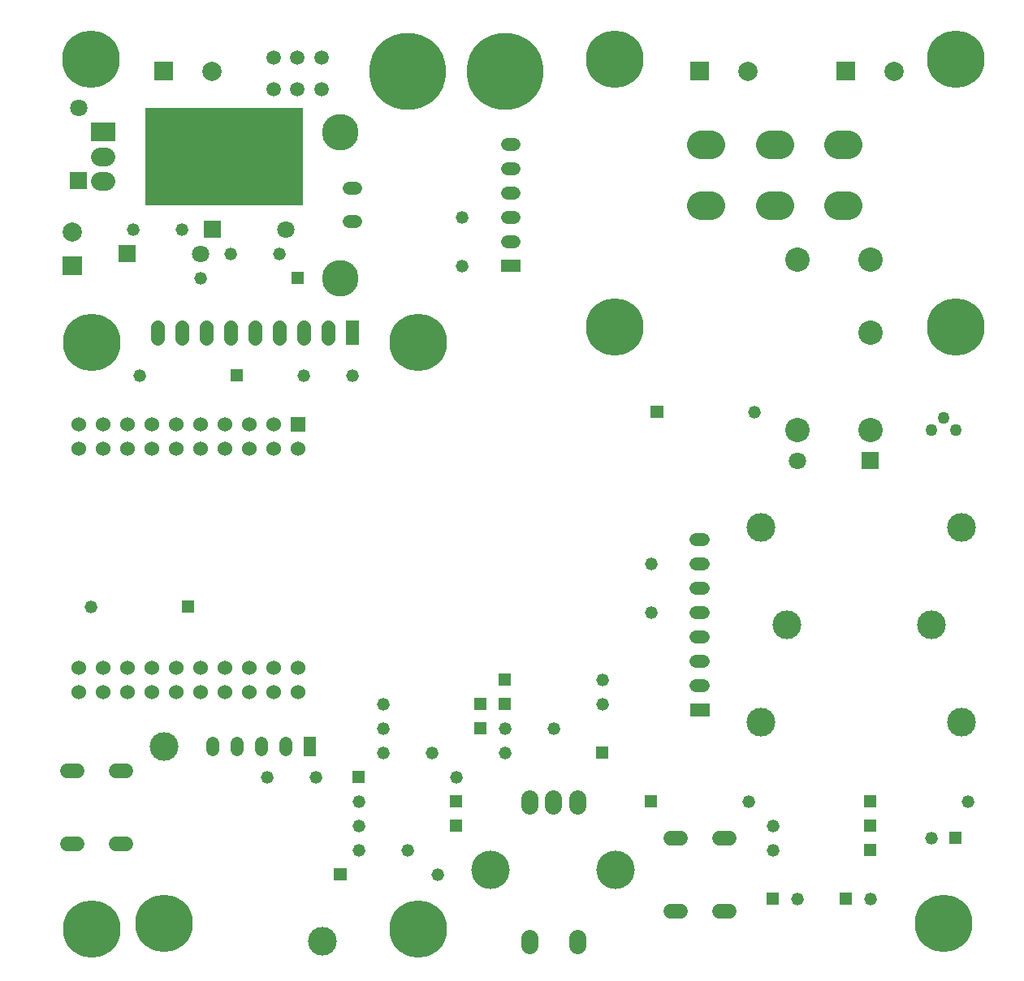
<source format=gts>
%FSLAX24Y24*%
%MOIN*%
%ADD10C,0.0500*%
%ADD11C,0.0520*%
%ADD12C,0.0550*%
%ADD13C,0.0591*%
%ADD14C,0.0600*%
%ADD15C,0.0700*%
%ADD16C,0.0709*%
%ADD17C,0.0750*%
%ADD18C,0.0787*%
%ADD19C,0.1000*%
%ADD20C,0.1181*%
%ADD21C,0.1500*%
%ADD22C,0.1575*%
%ADD23C,0.2362*%
%ADD24C,0.3150*%
D10*
G01X37500Y22250D03*
X36500Y22250D03*
X37000Y22749D03*
D11*
G01X17000Y8000D03*
X2000Y15000D03*
X17250Y31000D03*
X17250Y28999D03*
X5750Y30500D03*
X3750Y30500D03*
X4000Y24500D03*
X37999Y7000D03*
X23000Y12000D03*
X10749Y24500D03*
X12749Y24500D03*
X9250Y8000D03*
X11250Y8000D03*
X16250Y4000D03*
X34000Y3000D03*
X13999Y10000D03*
X7750Y29500D03*
X9749Y29500D03*
X25000Y16750D03*
X25000Y14750D03*
X23000Y11000D03*
X29250Y23000D03*
X29000Y7000D03*
X13000Y7000D03*
X36499Y5500D03*
X6500Y28500D03*
X13999Y11000D03*
X13000Y6000D03*
X29999Y6000D03*
X16000Y9000D03*
X14000Y9000D03*
X31000Y3000D03*
X18999Y9000D03*
X21000Y10000D03*
X19000Y10000D03*
X29999Y5000D03*
X15000Y5000D03*
X13000Y5000D03*
X27140Y16750D02*
X26860Y16750D01*
X27140Y15750D02*
X26860Y15750D01*
X27140Y11750D02*
X26860Y11750D01*
X27140Y13750D02*
X26860Y13750D01*
X27140Y17750D02*
X26860Y17750D01*
X27140Y14750D02*
X26860Y14750D01*
X27140Y12750D02*
X26860Y12750D01*
X7000Y9390D02*
X7000Y9110D01*
X8000Y9390D02*
X8000Y9110D01*
X10000Y9390D02*
X10000Y9110D01*
X9000Y9390D02*
X9000Y9110D01*
X12890Y30825D02*
X12610Y30825D01*
X19390Y30000D02*
X19110Y30000D01*
X12890Y32175D02*
X12610Y32175D01*
X19390Y33000D02*
X19110Y33000D01*
X19390Y31000D02*
X19110Y31000D01*
X19390Y34000D02*
X19110Y34000D01*
X19390Y32000D02*
X19110Y32000D01*
D12*
G01X10750Y26475D02*
X10750Y26025D01*
X11750Y26475D02*
X11750Y26025D01*
X5750Y26475D02*
X5750Y26025D01*
X9750Y26475D02*
X9750Y26025D01*
X7750Y26475D02*
X7750Y26025D01*
X4750Y26475D02*
X4750Y26025D01*
X8750Y26475D02*
X8750Y26025D01*
X6750Y26475D02*
X6750Y26025D01*
D13*
G01X11468Y36250D03*
X11468Y37549D03*
X10484Y36250D03*
X9499Y36250D03*
X9499Y37549D03*
X10484Y37549D03*
D14*
G01X4500Y21500D03*
X9500Y21499D03*
X9500Y12499D03*
X7500Y12499D03*
X7500Y11499D03*
X8500Y11499D03*
X5500Y22500D03*
X4499Y11500D03*
X8500Y12499D03*
X1500Y21500D03*
X6500Y11499D03*
X10500Y21499D03*
X8500Y22500D03*
X3500Y21500D03*
X2500Y21500D03*
X10500Y11499D03*
X1499Y12500D03*
X5499Y12500D03*
X8500Y21499D03*
X4499Y12500D03*
X7500Y22500D03*
X7500Y21499D03*
X9500Y11499D03*
X2499Y12500D03*
X9500Y22500D03*
X6500Y21499D03*
X4500Y22500D03*
X6500Y22500D03*
X3500Y22500D03*
X3499Y11500D03*
X1499Y11500D03*
X6500Y12499D03*
X5500Y21499D03*
X3499Y12500D03*
X2500Y22500D03*
X5499Y11500D03*
X2499Y11500D03*
X10500Y12499D03*
X1500Y22500D03*
X3050Y5249D02*
X3450Y5249D01*
X3050Y8249D02*
X3450Y8249D01*
X1050Y5249D02*
X1450Y5249D01*
X1050Y8249D02*
X1450Y8249D01*
X27800Y2499D02*
X28200Y2499D01*
X27800Y5499D02*
X28200Y5499D01*
X25800Y2499D02*
X26199Y2499D01*
X25800Y5499D02*
X26199Y5499D01*
D15*
G01X20000Y6808D02*
X20000Y7108D01*
X21968Y6808D02*
X21968Y7108D01*
X20000Y1099D02*
X20000Y1399D01*
X21968Y1099D02*
X21968Y1399D01*
X20984Y6808D02*
X20984Y7108D01*
D16*
G01X31000Y21000D03*
X10000Y30500D03*
X6500Y29500D03*
X1500Y35500D03*
D17*
G01X2375Y32500D02*
X2625Y32500D01*
X2375Y33500D02*
X2625Y33500D01*
D18*
G01X1249Y30377D03*
X28968Y37000D03*
X34968Y37000D03*
X6968Y37000D03*
D19*
G01X34000Y22250D03*
X31000Y22250D03*
X31000Y29250D03*
X34000Y29250D03*
X34000Y26250D03*
D20*
G01X36500Y14250D03*
X30594Y14250D03*
X29500Y10250D03*
X37750Y18249D03*
X37750Y10249D03*
X29500Y18250D03*
X11500Y1250D03*
X5000Y9250D03*
X27053Y33980D02*
X27446Y33980D01*
X32690Y31500D02*
X33084Y31500D01*
X29872Y31500D02*
X30265Y31500D01*
X29872Y33980D02*
X30265Y33980D01*
X27053Y31500D02*
X27446Y31500D01*
X32690Y33980D02*
X33084Y33980D01*
D21*
G01X12250Y28500D03*
X12250Y34500D03*
D22*
G01X18425Y4202D03*
X23543Y4202D03*
D23*
G01X23500Y26500D03*
X37500Y26500D03*
X37000Y2000D03*
X23500Y37500D03*
X2037Y25856D03*
X2037Y1761D03*
X15462Y1761D03*
X15462Y25856D03*
X37500Y37500D03*
X5000Y2000D03*
X2000Y37500D03*
D24*
G01X15000Y37000D03*
X19000Y37000D03*
G36*
X33645Y20645D02*G01*
X34354Y20645D01*X34354Y21354D01*X33645Y21354D01*G37*
G36*
X13260Y8260D02*G01*
X12740Y8260D01*X12740Y7740D01*X13260Y7740D01*G37*
G36*
X5739Y14740D02*G01*
X6259Y14740D01*X6259Y15260D01*X5739Y15260D01*G37*
G36*
X856Y29393D02*G01*
X856Y28606D01*X1643Y28606D01*X1643Y29393D01*G37*
G36*
X7740Y24240D02*G01*
X8260Y24240D01*X8260Y24760D01*X7740Y24760D01*G37*
G36*
X26599Y10490D02*G01*
X27399Y10490D01*X27399Y11010D01*X26599Y11010D01*G37*
G36*
X34260Y7260D02*G01*
X33740Y7260D01*X33740Y6740D01*X34260Y6740D01*G37*
G36*
X27393Y37393D02*G01*
X26606Y37393D01*X26606Y36606D01*X27393Y36606D01*G37*
G36*
X19260Y12260D02*G01*
X18740Y12260D01*X18740Y11740D01*X19260Y11740D01*G37*
G36*
X7354Y30854D02*G01*
X6645Y30854D01*X6645Y30145D01*X7354Y30145D01*G37*
G36*
X12510Y4260D02*G01*
X11990Y4260D01*X11990Y3740D01*X12510Y3740D01*G37*
G36*
X33260Y3260D02*G01*
X32740Y3260D01*X32740Y2740D01*X33260Y2740D01*G37*
G36*
X17739Y9740D02*G01*
X18259Y9740D01*X18259Y10260D01*X17739Y10260D01*G37*
G36*
X11260Y8850D02*G01*
X11260Y9650D01*X10740Y9650D01*X10740Y8850D01*G37*
G36*
X10200Y22200D02*G01*
X10800Y22200D01*X10800Y22800D01*X10200Y22800D01*G37*
G36*
X19260Y11260D02*G01*
X18740Y11260D01*X18740Y10740D01*X19260Y10740D01*G37*
G36*
X33393Y37393D02*G01*
X32606Y37393D01*X32606Y36606D01*X33393Y36606D01*G37*
G36*
X25510Y23260D02*G01*
X24990Y23260D01*X24990Y22740D01*X25510Y22740D01*G37*
G36*
X25260Y7260D02*G01*
X24740Y7260D01*X24740Y6740D01*X25260Y6740D01*G37*
G36*
X16740Y6740D02*G01*
X17260Y6740D01*X17260Y7260D01*X16740Y7260D01*G37*
G36*
X3854Y29854D02*G01*
X3145Y29854D01*X3145Y29145D01*X3854Y29145D01*G37*
G36*
X37239Y5240D02*G01*
X37759Y5240D01*X37759Y5760D01*X37240Y5760D01*G37*
G36*
X10240Y28239D02*G01*
X10760Y28239D01*X10760Y28759D01*X10240Y28759D01*G37*
G36*
X13025Y25750D02*G01*
X13025Y26750D01*X12474Y26750D01*X12474Y25750D01*G37*
G36*
X17739Y10740D02*G01*
X18259Y10740D01*X18259Y11260D01*X17739Y11260D01*G37*
G36*
X16740Y5740D02*G01*
X17260Y5740D01*X17260Y6260D01*X16740Y6260D01*G37*
G36*
X1145Y32854D02*G01*
X1145Y32145D01*X1854Y32145D01*X1854Y32854D01*G37*
G36*
X33739Y5740D02*G01*
X34259Y5740D01*X34259Y6260D01*X33739Y6260D01*G37*
G36*
X30260Y3260D02*G01*
X29740Y3260D01*X29740Y2740D01*X30260Y2740D01*G37*
G36*
X8749Y31500D02*G01*
X8750Y35500D01*X4250Y35500D01*X4250Y31500D01*G37*
G36*
X10699Y31500D02*G01*
X10700Y35500D01*X8300Y35500D01*X8300Y31500D01*G37*
G36*
X3000Y34125D02*G01*
X3000Y34875D01*X2000Y34875D01*X2000Y34125D01*G37*
G36*
X22739Y8740D02*G01*
X23259Y8740D01*X23259Y9260D01*X22739Y9260D01*G37*
G36*
X33739Y4740D02*G01*
X34259Y4740D01*X34259Y5260D01*X33739Y5260D01*G37*
G36*
X5393Y37393D02*G01*
X4606Y37393D01*X4606Y36606D01*X5393Y36606D01*G37*
G36*
X18850Y29260D02*G01*
X18850Y28740D01*X19650Y28740D01*X19650Y29260D01*G37*
M02*

</source>
